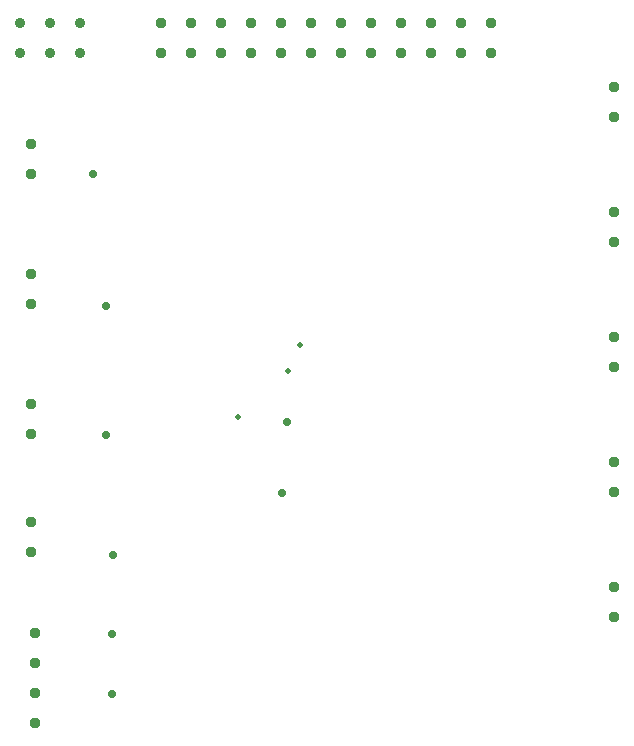
<source format=gbr>
G04 Layer_Color=0*
%FSLAX26Y26*%
%MOIN*%
%TF.FileFunction,Plated,1,4,PTH,Drill*%
%TF.Part,Single*%
G01*
G75*
%TA.AperFunction,ComponentDrill*%
%ADD58C,0.035433*%
%ADD59C,0.037402*%
%ADD60C,0.037402*%
%TA.AperFunction,ViaDrill,NotFilled*%
%ADD61C,0.028000*%
%ADD62C,0.019685*%
D58*
X123032Y2501575D02*
D03*
X223032D02*
D03*
X323032D02*
D03*
Y2401575D02*
D03*
X223032D02*
D03*
X123032D02*
D03*
D59*
X1590551D02*
D03*
Y2501575D02*
D03*
X1490551D02*
D03*
X1390551D02*
D03*
X1290551D02*
D03*
X1190551D02*
D03*
X1090551D02*
D03*
X990551D02*
D03*
X890551D02*
D03*
X790551D02*
D03*
X690551D02*
D03*
X590551D02*
D03*
X1490551Y2401575D02*
D03*
X1390551D02*
D03*
X1290551D02*
D03*
X1190551D02*
D03*
X1090551D02*
D03*
X990551D02*
D03*
X890551D02*
D03*
X790551D02*
D03*
X690551D02*
D03*
X590551D02*
D03*
X1690551Y2501575D02*
D03*
Y2401575D02*
D03*
D60*
X157480Y2097244D02*
D03*
Y1997244D02*
D03*
X2101063Y1871898D02*
D03*
Y1771898D02*
D03*
Y523150D02*
D03*
Y623150D02*
D03*
Y2288148D02*
D03*
Y2188148D02*
D03*
X157480Y1664173D02*
D03*
Y1564173D02*
D03*
X2101063Y1039399D02*
D03*
Y939399D02*
D03*
X157480Y1231102D02*
D03*
Y1131102D02*
D03*
Y737402D02*
D03*
Y837402D02*
D03*
X2101063Y1355649D02*
D03*
Y1455649D02*
D03*
X170000Y170000D02*
D03*
Y270000D02*
D03*
Y370000D02*
D03*
Y470000D02*
D03*
D61*
X409449Y1559055D02*
D03*
X366142Y2000000D02*
D03*
X996000Y937000D02*
D03*
X1010000Y1171000D02*
D03*
X409449Y1129921D02*
D03*
X431103Y730315D02*
D03*
X429134Y464567D02*
D03*
Y263779D02*
D03*
D62*
X847000Y1189000D02*
D03*
X1056000Y1429000D02*
D03*
X1015748Y1342520D02*
D03*
%TF.MD5,2624273c2486f03e45941036c21fe44a*%
M02*

</source>
